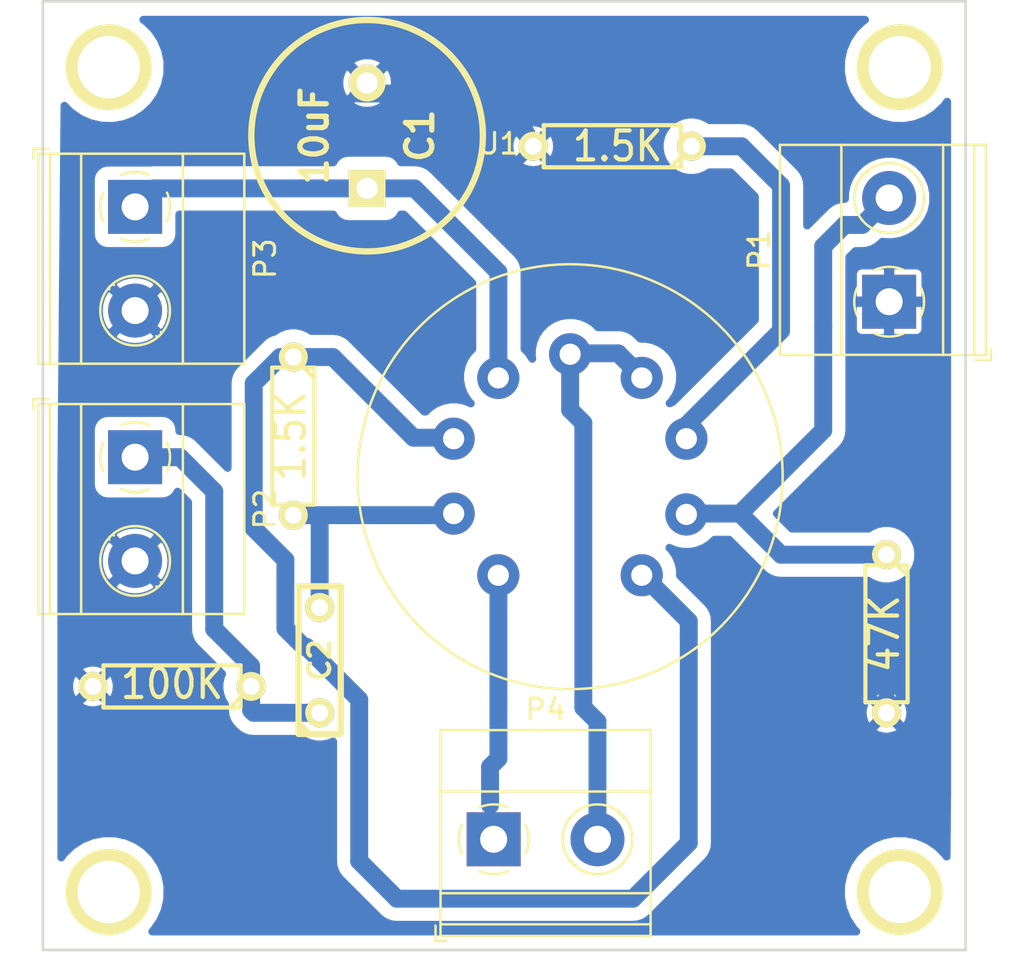
<source format=kicad_pcb>
(kicad_pcb (version 20171130) (host pcbnew "(2017-12-14 revision dee93e5)-master")

  (general
    (thickness 1.6002)
    (drawings 4)
    (tracks 66)
    (zones 0)
    (modules 15)
    (nets 14)
  )

  (page A4)
  (layers
    (0 Composant signal)
    (31 Cuivre signal)
    (32 B.Adhes user)
    (33 F.Adhes user)
    (34 B.Paste user)
    (35 F.Paste user)
    (36 B.SilkS user)
    (37 F.SilkS user)
    (38 B.Mask user)
    (39 F.Mask user)
    (40 Dwgs.User user)
    (41 Cmts.User user)
    (42 Eco1.User user)
    (43 Eco2.User user)
    (44 Edge.Cuts user)
    (45 Margin user)
    (46 B.CrtYd user)
    (47 F.CrtYd user)
    (48 B.Fab user)
    (49 F.Fab user)
  )

  (setup
    (last_trace_width 0.8636)
    (trace_clearance 0.381)
    (zone_clearance 0.635)
    (zone_45_only no)
    (trace_min 0.254)
    (segment_width 0.381)
    (edge_width 0.381)
    (via_size 0.889)
    (via_drill 0.635)
    (via_min_size 0.889)
    (via_min_drill 0.508)
    (uvia_size 0.508)
    (uvia_drill 0.127)
    (uvias_allowed no)
    (uvia_min_size 0.508)
    (uvia_min_drill 0.127)
    (pcb_text_width 0.3048)
    (pcb_text_size 1.524 2.032)
    (mod_edge_width 0.381)
    (mod_text_size 1.524 1.524)
    (mod_text_width 0.3048)
    (pad_size 2.794 1.397)
    (pad_drill 1.9304)
    (pad_to_mask_clearance 0.1)
    (aux_axis_origin 0 0)
    (visible_elements 7FFFFFFF)
    (pcbplotparams
      (layerselection 0x000f0_80000001)
      (usegerberextensions false)
      (usegerberattributes true)
      (usegerberadvancedattributes true)
      (creategerberjobfile true)
      (excludeedgelayer true)
      (linewidth 0.150000)
      (plotframeref false)
      (viasonmask false)
      (mode 1)
      (useauxorigin false)
      (hpglpennumber 1)
      (hpglpenspeed 20)
      (hpglpendiameter 15)
      (psnegative false)
      (psa4output false)
      (plotreference true)
      (plotvalue true)
      (plotinvisibletext false)
      (padsonsilk false)
      (subtractmaskfromsilk false)
      (outputformat 1)
      (mirror false)
      (drillshape 0)
      (scaleselection 1)
      (outputdirectory ""))
  )

  (net 0 "")
  (net 1 GND)
  (net 2 "Net-(C1-Pad1)")
  (net 3 "Net-(C2-Pad1)")
  (net 4 "Net-(C2-Pad2)")
  (net 5 "Net-(P1-Pad2)")
  (net 6 "Net-(P4-Pad1)")
  (net 7 "Net-(P4-Pad2)")
  (net 8 "Net-(R1-Pad1)")
  (net 9 "Net-(R2-Pad1)")
  (net 10 "Net-(P5-Pad1)")
  (net 11 "Net-(P6-Pad1)")
  (net 12 "Net-(P7-Pad1)")
  (net 13 "Net-(P8-Pad1)")

  (net_class Default "Ceci est la Netclass par défaut"
    (clearance 0.381)
    (trace_width 0.8636)
    (via_dia 0.889)
    (via_drill 0.635)
    (uvia_dia 0.508)
    (uvia_drill 0.127)
    (add_net GND)
    (add_net "Net-(C1-Pad1)")
    (add_net "Net-(C2-Pad1)")
    (add_net "Net-(C2-Pad2)")
    (add_net "Net-(P1-Pad2)")
    (add_net "Net-(P4-Pad1)")
    (add_net "Net-(P4-Pad2)")
    (add_net "Net-(P5-Pad1)")
    (add_net "Net-(P6-Pad1)")
    (add_net "Net-(P7-Pad1)")
    (add_net "Net-(P8-Pad1)")
    (add_net "Net-(R1-Pad1)")
    (add_net "Net-(R2-Pad1)")
  )

  (module Valve:Valve_ECC-83-1 (layer Composant) (tedit 5A32B2BA) (tstamp 5A334CCC)
    (at 149.225 113.665)
    (descr "Valve ECC-83-1 round pins")
    (tags "Valve ECC-83-1 round pins")
    (path /48B4F266)
    (fp_text reference U1 (at -3.45 -16) (layer F.SilkS)
      (effects (font (size 1 1) (thickness 0.15)))
    )
    (fp_text value ECC83 (at -3.45 6.68) (layer F.Fab)
      (effects (font (size 1 1) (thickness 0.15)))
    )
    (fp_text user %R (at 0 0.05) (layer F.Fab)
      (effects (font (size 1 1) (thickness 0.15)))
    )
    (fp_circle (center 0 0.05) (end 0 -10.55) (layer F.CrtYd) (width 0.05))
    (fp_circle (center 0 0.05) (end 0 -10.1) (layer F.Fab) (width 0.1))
    (fp_circle (center 0 0.05) (end 10.16 1.32) (layer F.SilkS) (width 0.12))
    (pad 1 thru_hole circle (at 3.45 4.8) (size 2.03 2.03) (drill 1.02) (layers *.Cu *.Mask)
      (net 8 "Net-(R1-Pad1)"))
    (pad 2 thru_hole circle (at 5.6 1.87) (size 2.03 2.03) (drill 1.02) (layers *.Cu *.Mask)
      (net 5 "Net-(P1-Pad2)"))
    (pad 3 thru_hole circle (at 5.6 -1.78) (size 2.03 2.03) (drill 1.02) (layers *.Cu *.Mask)
      (net 9 "Net-(R2-Pad1)"))
    (pad 4 thru_hole circle (at 3.45 -4.71) (size 2.03 2.03) (drill 1.02) (layers *.Cu *.Mask)
      (net 7 "Net-(P4-Pad2)"))
    (pad 5 thru_hole circle (at 0 -5.85) (size 2.03 2.03) (drill 1.02) (layers *.Cu *.Mask)
      (net 7 "Net-(P4-Pad2)"))
    (pad 6 thru_hole circle (at -3.46 -4.71) (size 2.03 2.03) (drill 1.02) (layers *.Cu *.Mask)
      (net 2 "Net-(C1-Pad1)"))
    (pad 7 thru_hole circle (at -5.61 -1.78) (size 2.03 2.03) (drill 1.02) (layers *.Cu *.Mask)
      (net 8 "Net-(R1-Pad1)"))
    (pad 8 thru_hole circle (at -5.61 1.83) (size 2.03 2.03) (drill 1.02) (layers *.Cu *.Mask)
      (net 4 "Net-(C2-Pad2)"))
    (pad 9 thru_hole circle (at -3.46 4.8) (size 2.03 2.03) (drill 1.02) (layers *.Cu *.Mask)
      (net 6 "Net-(P4-Pad1)"))
    (model ${KISYS3DMOD}/Valve.3dshapes/Valve-ECC-83-1.wrl
      (at (xyz 0 0 0))
      (scale (xyz 1 1 1))
      (rotate (xyz 0 0 0))
    )
  )

  (module discret:R3 (layer Composant) (tedit 54A57B4C) (tstamp 5A33370F)
    (at 130.048 123.825 180)
    (descr "Resitance 3 pas")
    (tags R)
    (path /4549F3AD)
    (autoplace_cost180 10)
    (fp_text reference R3 (at 0 0.127 180) (layer F.SilkS) hide
      (effects (font (size 1.397 1.27) (thickness 0.2032)))
    )
    (fp_text value 100K (at 0 0.127 180) (layer F.SilkS)
      (effects (font (size 1.397 1.27) (thickness 0.2032)))
    )
    (fp_line (start -3.81 0) (end -3.302 0) (layer F.SilkS) (width 0.2032))
    (fp_line (start 3.81 0) (end 3.302 0) (layer F.SilkS) (width 0.2032))
    (fp_line (start 3.302 0) (end 3.302 -1.016) (layer F.SilkS) (width 0.2032))
    (fp_line (start 3.302 -1.016) (end -3.302 -1.016) (layer F.SilkS) (width 0.2032))
    (fp_line (start -3.302 -1.016) (end -3.302 1.016) (layer F.SilkS) (width 0.2032))
    (fp_line (start -3.302 1.016) (end 3.302 1.016) (layer F.SilkS) (width 0.2032))
    (fp_line (start 3.302 1.016) (end 3.302 0) (layer F.SilkS) (width 0.2032))
    (fp_line (start -3.302 -0.508) (end -2.794 -1.016) (layer F.SilkS) (width 0.2032))
    (pad 1 thru_hole circle (at -3.81 0 180) (size 1.397 1.397) (drill 0.8128) (layers *.Cu *.Mask F.SilkS)
      (net 3 "Net-(C2-Pad1)"))
    (pad 2 thru_hole circle (at 3.81 0 180) (size 1.397 1.397) (drill 0.8128) (layers *.Cu *.Mask F.SilkS)
      (net 1 GND))
    (model Discret.3dshapes/R3.wrl
      (at (xyz 0 0 0))
      (scale (xyz 0.3 0.3 0.3))
      (rotate (xyz 0 0 0))
    )
  )

  (module TerminalBlock_Phoenix:TerminalBlock_Phoenix_MKDS-1,5-2_1x02_P5.00mm_Horizontal (layer Composant) (tedit 5A082035) (tstamp 5A332F3A)
    (at 145.542 131.191)
    (descr "Terminal Block Phoenix MKDS-1,5-2, 2 pins, pitch 05mm, size 10.0x9.8mm^2, drill diamater 1.3mm, pad diameter 2.6mm, see http://www.farnell.com/datasheets/100425.pdf, script-generated using https://github.com/pointhi/kicad-footprint-generator/scripts/TerminalBlock_Phoenix")
    (tags "THT Terminal Block Phoenix MKDS-1.5-2 pitch 05mm size 10.0x9.8mm^2 drill 1.3mm pad 2.6mm")
    (path /456A8ACC)
    (fp_text reference P4 (at 2.5 -6.26) (layer F.SilkS)
      (effects (font (size 1 1) (thickness 0.15)))
    )
    (fp_text value CONN_2 (at 2.5 5.66) (layer F.Fab)
      (effects (font (size 1 1) (thickness 0.15)))
    )
    (fp_text user %R (at 2.5 3.2) (layer F.Fab)
      (effects (font (size 1 1) (thickness 0.15)))
    )
    (fp_line (start 8 -5.75) (end -3 -5.75) (layer F.CrtYd) (width 0.05))
    (fp_line (start 8 5.1) (end 8 -5.75) (layer F.CrtYd) (width 0.05))
    (fp_line (start -3 5.1) (end 8 5.1) (layer F.CrtYd) (width 0.05))
    (fp_line (start -3 -5.75) (end -3 5.1) (layer F.CrtYd) (width 0.05))
    (fp_line (start -2.8 4.9) (end -2.3 4.9) (layer F.SilkS) (width 0.12))
    (fp_line (start -2.8 4.16) (end -2.8 4.9) (layer F.SilkS) (width 0.12))
    (fp_line (start 3.773 1.023) (end 3.726 1.069) (layer F.SilkS) (width 0.12))
    (fp_line (start 6.07 -1.275) (end 6.035 -1.239) (layer F.SilkS) (width 0.12))
    (fp_line (start 3.966 1.239) (end 3.931 1.274) (layer F.SilkS) (width 0.12))
    (fp_line (start 6.275 -1.069) (end 6.228 -1.023) (layer F.SilkS) (width 0.12))
    (fp_line (start 5.955 -1.138) (end 3.863 0.955) (layer F.Fab) (width 0.1))
    (fp_line (start 6.138 -0.955) (end 4.046 1.138) (layer F.Fab) (width 0.1))
    (fp_line (start 0.955 -1.138) (end -1.138 0.955) (layer F.Fab) (width 0.1))
    (fp_line (start 1.138 -0.955) (end -0.955 1.138) (layer F.Fab) (width 0.1))
    (fp_line (start 7.56 -5.261) (end 7.56 4.66) (layer F.SilkS) (width 0.12))
    (fp_line (start -2.56 -5.261) (end -2.56 4.66) (layer F.SilkS) (width 0.12))
    (fp_line (start -2.56 4.66) (end 7.56 4.66) (layer F.SilkS) (width 0.12))
    (fp_line (start -2.56 -5.261) (end 7.56 -5.261) (layer F.SilkS) (width 0.12))
    (fp_line (start -2.56 -2.301) (end 7.56 -2.301) (layer F.SilkS) (width 0.12))
    (fp_line (start -2.5 -2.3) (end 7.5 -2.3) (layer F.Fab) (width 0.1))
    (fp_line (start -2.56 2.6) (end 7.56 2.6) (layer F.SilkS) (width 0.12))
    (fp_line (start -2.5 2.6) (end 7.5 2.6) (layer F.Fab) (width 0.1))
    (fp_line (start -2.56 4.1) (end 7.56 4.1) (layer F.SilkS) (width 0.12))
    (fp_line (start -2.5 4.1) (end 7.5 4.1) (layer F.Fab) (width 0.1))
    (fp_line (start -2.5 4.1) (end -2.5 -5.2) (layer F.Fab) (width 0.1))
    (fp_line (start -2 4.6) (end -2.5 4.1) (layer F.Fab) (width 0.1))
    (fp_line (start 7.5 4.6) (end -2 4.6) (layer F.Fab) (width 0.1))
    (fp_line (start 7.5 -5.2) (end 7.5 4.6) (layer F.Fab) (width 0.1))
    (fp_line (start -2.5 -5.2) (end 7.5 -5.2) (layer F.Fab) (width 0.1))
    (fp_circle (center 5 0) (end 6.68 0) (layer F.SilkS) (width 0.12))
    (fp_circle (center 5 0) (end 6.5 0) (layer F.Fab) (width 0.1))
    (fp_circle (center 0 0) (end 1.5 0) (layer F.Fab) (width 0.1))
    (fp_arc (start 0 0) (end -0.684 1.535) (angle -25) (layer F.SilkS) (width 0.12))
    (fp_arc (start 0 0) (end -1.535 -0.684) (angle -48) (layer F.SilkS) (width 0.12))
    (fp_arc (start 0 0) (end 0.684 -1.535) (angle -48) (layer F.SilkS) (width 0.12))
    (fp_arc (start 0 0) (end 1.535 0.684) (angle -48) (layer F.SilkS) (width 0.12))
    (fp_arc (start 0 0) (end 0 1.68) (angle -24) (layer F.SilkS) (width 0.12))
    (pad 2 thru_hole circle (at 5 0) (size 2.6 2.6) (drill 1.3) (layers *.Cu *.Mask)
      (net 7 "Net-(P4-Pad2)"))
    (pad 1 thru_hole rect (at 0 0) (size 2.6 2.6) (drill 1.3) (layers *.Cu *.Mask)
      (net 6 "Net-(P4-Pad1)"))
    (model ${KISYS3DMOD}/Terminal_Blocks.3dshapes/TerminalBlock_Pheonix_MKDS1.5-2pol.wrl
      (offset (xyz 2.54 0 0))
      (scale (xyz 1 1 1))
      (rotate (xyz 0 0 0))
    )
  )

  (module TerminalBlock_Phoenix:TerminalBlock_Phoenix_MKDS-1,5-2_1x02_P5.00mm_Horizontal (layer Composant) (tedit 5A082035) (tstamp 5A332F0F)
    (at 128.27 100.711 270)
    (descr "Terminal Block Phoenix MKDS-1,5-2, 2 pins, pitch 05mm, size 10.0x9.8mm^2, drill diamater 1.3mm, pad diameter 2.6mm, see http://www.farnell.com/datasheets/100425.pdf, script-generated using https://github.com/pointhi/kicad-footprint-generator/scripts/TerminalBlock_Phoenix")
    (tags "THT Terminal Block Phoenix MKDS-1.5-2 pitch 05mm size 10.0x9.8mm^2 drill 1.3mm pad 2.6mm")
    (path /4549F4A5)
    (fp_text reference P3 (at 2.5 -6.26 270) (layer F.SilkS)
      (effects (font (size 1 1) (thickness 0.15)))
    )
    (fp_text value POWER (at 2.5 5.66 270) (layer F.Fab)
      (effects (font (size 1 1) (thickness 0.15)))
    )
    (fp_arc (start 0 0) (end 0 1.68) (angle -24) (layer F.SilkS) (width 0.12))
    (fp_arc (start 0 0) (end 1.535 0.684) (angle -48) (layer F.SilkS) (width 0.12))
    (fp_arc (start 0 0) (end 0.684 -1.535) (angle -48) (layer F.SilkS) (width 0.12))
    (fp_arc (start 0 0) (end -1.535 -0.684) (angle -48) (layer F.SilkS) (width 0.12))
    (fp_arc (start 0 0) (end -0.684 1.535) (angle -25) (layer F.SilkS) (width 0.12))
    (fp_circle (center 0 0) (end 1.5 0) (layer F.Fab) (width 0.1))
    (fp_circle (center 5 0) (end 6.5 0) (layer F.Fab) (width 0.1))
    (fp_circle (center 5 0) (end 6.68 0) (layer F.SilkS) (width 0.12))
    (fp_line (start -2.5 -5.2) (end 7.5 -5.2) (layer F.Fab) (width 0.1))
    (fp_line (start 7.5 -5.2) (end 7.5 4.6) (layer F.Fab) (width 0.1))
    (fp_line (start 7.5 4.6) (end -2 4.6) (layer F.Fab) (width 0.1))
    (fp_line (start -2 4.6) (end -2.5 4.1) (layer F.Fab) (width 0.1))
    (fp_line (start -2.5 4.1) (end -2.5 -5.2) (layer F.Fab) (width 0.1))
    (fp_line (start -2.5 4.1) (end 7.5 4.1) (layer F.Fab) (width 0.1))
    (fp_line (start -2.56 4.1) (end 7.56 4.1) (layer F.SilkS) (width 0.12))
    (fp_line (start -2.5 2.6) (end 7.5 2.6) (layer F.Fab) (width 0.1))
    (fp_line (start -2.56 2.6) (end 7.56 2.6) (layer F.SilkS) (width 0.12))
    (fp_line (start -2.5 -2.3) (end 7.5 -2.3) (layer F.Fab) (width 0.1))
    (fp_line (start -2.56 -2.301) (end 7.56 -2.301) (layer F.SilkS) (width 0.12))
    (fp_line (start -2.56 -5.261) (end 7.56 -5.261) (layer F.SilkS) (width 0.12))
    (fp_line (start -2.56 4.66) (end 7.56 4.66) (layer F.SilkS) (width 0.12))
    (fp_line (start -2.56 -5.261) (end -2.56 4.66) (layer F.SilkS) (width 0.12))
    (fp_line (start 7.56 -5.261) (end 7.56 4.66) (layer F.SilkS) (width 0.12))
    (fp_line (start 1.138 -0.955) (end -0.955 1.138) (layer F.Fab) (width 0.1))
    (fp_line (start 0.955 -1.138) (end -1.138 0.955) (layer F.Fab) (width 0.1))
    (fp_line (start 6.138 -0.955) (end 4.046 1.138) (layer F.Fab) (width 0.1))
    (fp_line (start 5.955 -1.138) (end 3.863 0.955) (layer F.Fab) (width 0.1))
    (fp_line (start 6.275 -1.069) (end 6.228 -1.023) (layer F.SilkS) (width 0.12))
    (fp_line (start 3.966 1.239) (end 3.931 1.274) (layer F.SilkS) (width 0.12))
    (fp_line (start 6.07 -1.275) (end 6.035 -1.239) (layer F.SilkS) (width 0.12))
    (fp_line (start 3.773 1.023) (end 3.726 1.069) (layer F.SilkS) (width 0.12))
    (fp_line (start -2.8 4.16) (end -2.8 4.9) (layer F.SilkS) (width 0.12))
    (fp_line (start -2.8 4.9) (end -2.3 4.9) (layer F.SilkS) (width 0.12))
    (fp_line (start -3 -5.75) (end -3 5.1) (layer F.CrtYd) (width 0.05))
    (fp_line (start -3 5.1) (end 8 5.1) (layer F.CrtYd) (width 0.05))
    (fp_line (start 8 5.1) (end 8 -5.75) (layer F.CrtYd) (width 0.05))
    (fp_line (start 8 -5.75) (end -3 -5.75) (layer F.CrtYd) (width 0.05))
    (fp_text user %R (at 2.5 3.2 270) (layer F.Fab)
      (effects (font (size 1 1) (thickness 0.15)))
    )
    (pad 1 thru_hole rect (at 0 0 270) (size 2.6 2.6) (drill 1.3) (layers *.Cu *.Mask)
      (net 2 "Net-(C1-Pad1)"))
    (pad 2 thru_hole circle (at 5 0 270) (size 2.6 2.6) (drill 1.3) (layers *.Cu *.Mask)
      (net 1 GND))
    (model ${KISYS3DMOD}/Terminal_Blocks.3dshapes/TerminalBlock_Pheonix_MKDS1.5-2pol.wrl
      (offset (xyz 2.54 0 0))
      (scale (xyz 1 1 1))
      (rotate (xyz 0 0 0))
    )
  )

  (module TerminalBlock_Phoenix:TerminalBlock_Phoenix_MKDS-1,5-2_1x02_P5.00mm_Horizontal (layer Composant) (tedit 5A082035) (tstamp 5A332EE4)
    (at 128.27 112.776 270)
    (descr "Terminal Block Phoenix MKDS-1,5-2, 2 pins, pitch 05mm, size 10.0x9.8mm^2, drill diamater 1.3mm, pad diameter 2.6mm, see http://www.farnell.com/datasheets/100425.pdf, script-generated using https://github.com/pointhi/kicad-footprint-generator/scripts/TerminalBlock_Phoenix")
    (tags "THT Terminal Block Phoenix MKDS-1.5-2 pitch 05mm size 10.0x9.8mm^2 drill 1.3mm pad 2.6mm")
    (path /4549F46C)
    (fp_text reference P2 (at 2.5 -6.26 270) (layer F.SilkS)
      (effects (font (size 1 1) (thickness 0.15)))
    )
    (fp_text value OUT (at 2.5 5.66 270) (layer F.Fab)
      (effects (font (size 1 1) (thickness 0.15)))
    )
    (fp_text user %R (at 2.5 3.2 270) (layer F.Fab)
      (effects (font (size 1 1) (thickness 0.15)))
    )
    (fp_line (start 8 -5.75) (end -3 -5.75) (layer F.CrtYd) (width 0.05))
    (fp_line (start 8 5.1) (end 8 -5.75) (layer F.CrtYd) (width 0.05))
    (fp_line (start -3 5.1) (end 8 5.1) (layer F.CrtYd) (width 0.05))
    (fp_line (start -3 -5.75) (end -3 5.1) (layer F.CrtYd) (width 0.05))
    (fp_line (start -2.8 4.9) (end -2.3 4.9) (layer F.SilkS) (width 0.12))
    (fp_line (start -2.8 4.16) (end -2.8 4.9) (layer F.SilkS) (width 0.12))
    (fp_line (start 3.773 1.023) (end 3.726 1.069) (layer F.SilkS) (width 0.12))
    (fp_line (start 6.07 -1.275) (end 6.035 -1.239) (layer F.SilkS) (width 0.12))
    (fp_line (start 3.966 1.239) (end 3.931 1.274) (layer F.SilkS) (width 0.12))
    (fp_line (start 6.275 -1.069) (end 6.228 -1.023) (layer F.SilkS) (width 0.12))
    (fp_line (start 5.955 -1.138) (end 3.863 0.955) (layer F.Fab) (width 0.1))
    (fp_line (start 6.138 -0.955) (end 4.046 1.138) (layer F.Fab) (width 0.1))
    (fp_line (start 0.955 -1.138) (end -1.138 0.955) (layer F.Fab) (width 0.1))
    (fp_line (start 1.138 -0.955) (end -0.955 1.138) (layer F.Fab) (width 0.1))
    (fp_line (start 7.56 -5.261) (end 7.56 4.66) (layer F.SilkS) (width 0.12))
    (fp_line (start -2.56 -5.261) (end -2.56 4.66) (layer F.SilkS) (width 0.12))
    (fp_line (start -2.56 4.66) (end 7.56 4.66) (layer F.SilkS) (width 0.12))
    (fp_line (start -2.56 -5.261) (end 7.56 -5.261) (layer F.SilkS) (width 0.12))
    (fp_line (start -2.56 -2.301) (end 7.56 -2.301) (layer F.SilkS) (width 0.12))
    (fp_line (start -2.5 -2.3) (end 7.5 -2.3) (layer F.Fab) (width 0.1))
    (fp_line (start -2.56 2.6) (end 7.56 2.6) (layer F.SilkS) (width 0.12))
    (fp_line (start -2.5 2.6) (end 7.5 2.6) (layer F.Fab) (width 0.1))
    (fp_line (start -2.56 4.1) (end 7.56 4.1) (layer F.SilkS) (width 0.12))
    (fp_line (start -2.5 4.1) (end 7.5 4.1) (layer F.Fab) (width 0.1))
    (fp_line (start -2.5 4.1) (end -2.5 -5.2) (layer F.Fab) (width 0.1))
    (fp_line (start -2 4.6) (end -2.5 4.1) (layer F.Fab) (width 0.1))
    (fp_line (start 7.5 4.6) (end -2 4.6) (layer F.Fab) (width 0.1))
    (fp_line (start 7.5 -5.2) (end 7.5 4.6) (layer F.Fab) (width 0.1))
    (fp_line (start -2.5 -5.2) (end 7.5 -5.2) (layer F.Fab) (width 0.1))
    (fp_circle (center 5 0) (end 6.68 0) (layer F.SilkS) (width 0.12))
    (fp_circle (center 5 0) (end 6.5 0) (layer F.Fab) (width 0.1))
    (fp_circle (center 0 0) (end 1.5 0) (layer F.Fab) (width 0.1))
    (fp_arc (start 0 0) (end -0.684 1.535) (angle -25) (layer F.SilkS) (width 0.12))
    (fp_arc (start 0 0) (end -1.535 -0.684) (angle -48) (layer F.SilkS) (width 0.12))
    (fp_arc (start 0 0) (end 0.684 -1.535) (angle -48) (layer F.SilkS) (width 0.12))
    (fp_arc (start 0 0) (end 1.535 0.684) (angle -48) (layer F.SilkS) (width 0.12))
    (fp_arc (start 0 0) (end 0 1.68) (angle -24) (layer F.SilkS) (width 0.12))
    (pad 2 thru_hole circle (at 5 0 270) (size 2.6 2.6) (drill 1.3) (layers *.Cu *.Mask)
      (net 1 GND))
    (pad 1 thru_hole rect (at 0 0 270) (size 2.6 2.6) (drill 1.3) (layers *.Cu *.Mask)
      (net 3 "Net-(C2-Pad1)"))
    (model ${KISYS3DMOD}/Terminal_Blocks.3dshapes/TerminalBlock_Pheonix_MKDS1.5-2pol.wrl
      (offset (xyz 2.54 0 0))
      (scale (xyz 1 1 1))
      (rotate (xyz 0 0 0))
    )
  )

  (module TerminalBlock_Phoenix:TerminalBlock_Phoenix_MKDS-1,5-2_1x02_P5.00mm_Horizontal (layer Composant) (tedit 5A082035) (tstamp 5A332EB9)
    (at 164.592 105.283 90)
    (descr "Terminal Block Phoenix MKDS-1,5-2, 2 pins, pitch 05mm, size 10.0x9.8mm^2, drill diamater 1.3mm, pad diameter 2.6mm, see http://www.farnell.com/datasheets/100425.pdf, script-generated using https://github.com/pointhi/kicad-footprint-generator/scripts/TerminalBlock_Phoenix")
    (tags "THT Terminal Block Phoenix MKDS-1.5-2 pitch 05mm size 10.0x9.8mm^2 drill 1.3mm pad 2.6mm")
    (path /4549F464)
    (fp_text reference P1 (at 2.5 -6.26 90) (layer F.SilkS)
      (effects (font (size 1 1) (thickness 0.15)))
    )
    (fp_text value IN (at 2.5 5.66 90) (layer F.Fab)
      (effects (font (size 1 1) (thickness 0.15)))
    )
    (fp_arc (start 0 0) (end 0 1.68) (angle -24) (layer F.SilkS) (width 0.12))
    (fp_arc (start 0 0) (end 1.535 0.684) (angle -48) (layer F.SilkS) (width 0.12))
    (fp_arc (start 0 0) (end 0.684 -1.535) (angle -48) (layer F.SilkS) (width 0.12))
    (fp_arc (start 0 0) (end -1.535 -0.684) (angle -48) (layer F.SilkS) (width 0.12))
    (fp_arc (start 0 0) (end -0.684 1.535) (angle -25) (layer F.SilkS) (width 0.12))
    (fp_circle (center 0 0) (end 1.5 0) (layer F.Fab) (width 0.1))
    (fp_circle (center 5 0) (end 6.5 0) (layer F.Fab) (width 0.1))
    (fp_circle (center 5 0) (end 6.68 0) (layer F.SilkS) (width 0.12))
    (fp_line (start -2.5 -5.2) (end 7.5 -5.2) (layer F.Fab) (width 0.1))
    (fp_line (start 7.5 -5.2) (end 7.5 4.6) (layer F.Fab) (width 0.1))
    (fp_line (start 7.5 4.6) (end -2 4.6) (layer F.Fab) (width 0.1))
    (fp_line (start -2 4.6) (end -2.5 4.1) (layer F.Fab) (width 0.1))
    (fp_line (start -2.5 4.1) (end -2.5 -5.2) (layer F.Fab) (width 0.1))
    (fp_line (start -2.5 4.1) (end 7.5 4.1) (layer F.Fab) (width 0.1))
    (fp_line (start -2.56 4.1) (end 7.56 4.1) (layer F.SilkS) (width 0.12))
    (fp_line (start -2.5 2.6) (end 7.5 2.6) (layer F.Fab) (width 0.1))
    (fp_line (start -2.56 2.6) (end 7.56 2.6) (layer F.SilkS) (width 0.12))
    (fp_line (start -2.5 -2.3) (end 7.5 -2.3) (layer F.Fab) (width 0.1))
    (fp_line (start -2.56 -2.301) (end 7.56 -2.301) (layer F.SilkS) (width 0.12))
    (fp_line (start -2.56 -5.261) (end 7.56 -5.261) (layer F.SilkS) (width 0.12))
    (fp_line (start -2.56 4.66) (end 7.56 4.66) (layer F.SilkS) (width 0.12))
    (fp_line (start -2.56 -5.261) (end -2.56 4.66) (layer F.SilkS) (width 0.12))
    (fp_line (start 7.56 -5.261) (end 7.56 4.66) (layer F.SilkS) (width 0.12))
    (fp_line (start 1.138 -0.955) (end -0.955 1.138) (layer F.Fab) (width 0.1))
    (fp_line (start 0.955 -1.138) (end -1.138 0.955) (layer F.Fab) (width 0.1))
    (fp_line (start 6.138 -0.955) (end 4.046 1.138) (layer F.Fab) (width 0.1))
    (fp_line (start 5.955 -1.138) (end 3.863 0.955) (layer F.Fab) (width 0.1))
    (fp_line (start 6.275 -1.069) (end 6.228 -1.023) (layer F.SilkS) (width 0.12))
    (fp_line (start 3.966 1.239) (end 3.931 1.274) (layer F.SilkS) (width 0.12))
    (fp_line (start 6.07 -1.275) (end 6.035 -1.239) (layer F.SilkS) (width 0.12))
    (fp_line (start 3.773 1.023) (end 3.726 1.069) (layer F.SilkS) (width 0.12))
    (fp_line (start -2.8 4.16) (end -2.8 4.9) (layer F.SilkS) (width 0.12))
    (fp_line (start -2.8 4.9) (end -2.3 4.9) (layer F.SilkS) (width 0.12))
    (fp_line (start -3 -5.75) (end -3 5.1) (layer F.CrtYd) (width 0.05))
    (fp_line (start -3 5.1) (end 8 5.1) (layer F.CrtYd) (width 0.05))
    (fp_line (start 8 5.1) (end 8 -5.75) (layer F.CrtYd) (width 0.05))
    (fp_line (start 8 -5.75) (end -3 -5.75) (layer F.CrtYd) (width 0.05))
    (fp_text user %R (at 2.5 3.2 90) (layer F.Fab)
      (effects (font (size 1 1) (thickness 0.15)))
    )
    (pad 1 thru_hole rect (at 0 0 90) (size 2.6 2.6) (drill 1.3) (layers *.Cu *.Mask)
      (net 1 GND))
    (pad 2 thru_hole circle (at 5 0 90) (size 2.6 2.6) (drill 1.3) (layers *.Cu *.Mask)
      (net 5 "Net-(P1-Pad2)"))
    (model ${KISYS3DMOD}/Terminal_Blocks.3dshapes/TerminalBlock_Pheonix_MKDS1.5-2pol.wrl
      (offset (xyz 2.54 0 0))
      (scale (xyz 1 1 1))
      (rotate (xyz 0 0 0))
    )
  )

  (module discret:C2V10 (layer Composant) (tedit 54A57B4C) (tstamp 54A581E5)
    (at 139.446 97.282 90)
    (descr "Condensateur polarise")
    (tags CP)
    (path /4549F4BE)
    (fp_text reference C1 (at 0 2.54 90) (layer F.SilkS)
      (effects (font (size 1.27 1.27) (thickness 0.254)))
    )
    (fp_text value 10uF (at 0 -2.54 90) (layer F.SilkS)
      (effects (font (size 1.27 1.27) (thickness 0.254)))
    )
    (fp_circle (center 0 0) (end 4.826 -2.794) (layer F.SilkS) (width 0.3048))
    (pad 1 thru_hole rect (at -2.54 0 90) (size 1.778 1.778) (drill 1.016) (layers *.Cu *.Mask F.SilkS)
      (net 2 "Net-(C1-Pad1)"))
    (pad 2 thru_hole circle (at 2.54 0 90) (size 1.778 1.778) (drill 1.016) (layers *.Cu *.Mask F.SilkS)
      (net 1 GND))
    (model Discret.3dshapes/C2V10.wrl
      (at (xyz 0 0 0))
      (scale (xyz 1 1 1))
      (rotate (xyz 0 0 0))
    )
  )

  (module discret:C2 (layer Composant) (tedit 54A57B4C) (tstamp 54A581EA)
    (at 137.16 122.555 90)
    (descr "Condensateur = 2 pas")
    (tags C)
    (path /4549F3BE)
    (fp_text reference C2 (at 0 0 90) (layer F.SilkS)
      (effects (font (size 1.016 1.016) (thickness 0.2032)))
    )
    (fp_text value 680nF (at 0 0 90) (layer F.SilkS) hide
      (effects (font (size 1.016 1.016) (thickness 0.2032)))
    )
    (fp_line (start -3.556 -1.016) (end 3.556 -1.016) (layer F.SilkS) (width 0.3048))
    (fp_line (start 3.556 -1.016) (end 3.556 1.016) (layer F.SilkS) (width 0.3048))
    (fp_line (start 3.556 1.016) (end -3.556 1.016) (layer F.SilkS) (width 0.3048))
    (fp_line (start -3.556 1.016) (end -3.556 -1.016) (layer F.SilkS) (width 0.3048))
    (fp_line (start -3.556 -0.508) (end -3.048 -1.016) (layer F.SilkS) (width 0.3048))
    (pad 1 thru_hole circle (at -2.54 0 90) (size 1.397 1.397) (drill 0.8128) (layers *.Cu *.Mask F.SilkS)
      (net 3 "Net-(C2-Pad1)"))
    (pad 2 thru_hole circle (at 2.54 0 90) (size 1.397 1.397) (drill 0.8128) (layers *.Cu *.Mask F.SilkS)
      (net 4 "Net-(C2-Pad2)"))
    (model Discret.3dshapes/C2.wrl
      (at (xyz 0 0 0))
      (scale (xyz 1 1 1))
      (rotate (xyz 0 0 0))
    )
  )

  (module connect:1pin (layer Composant) (tedit 54A588DF) (tstamp 54A58203)
    (at 127 93.98)
    (descr "module 1 pin (ou trou mecanique de percage)")
    (tags DEV)
    (path /54A5890A)
    (fp_text reference P5 (at 0 -3) (layer F.SilkS) hide
      (effects (font (size 1 1) (thickness 0.15)))
    )
    (fp_text value CONN_1 (at 0 2) (layer F.SilkS) hide
      (effects (font (size 1 1) (thickness 0.15)))
    )
    (fp_circle (center 0 0) (end 0 -2) (layer F.SilkS) (width 0.15))
    (pad 1 thru_hole circle (at 0 0) (size 4 4) (drill 3) (layers *.Cu *.Mask F.SilkS)
      (net 10 "Net-(P5-Pad1)"))
  )

  (module connect:1pin (layer Composant) (tedit 54A588E7) (tstamp 54A58207)
    (at 165.1 93.98)
    (descr "module 1 pin (ou trou mecanique de percage)")
    (tags DEV)
    (path /54A58C65)
    (fp_text reference P6 (at 0 -3) (layer F.SilkS) hide
      (effects (font (size 1 1) (thickness 0.15)))
    )
    (fp_text value CONN_1 (at 0 2) (layer F.SilkS) hide
      (effects (font (size 1 1) (thickness 0.15)))
    )
    (fp_circle (center 0 0) (end 0 -2) (layer F.SilkS) (width 0.15))
    (pad 1 thru_hole circle (at 0 0) (size 4 4) (drill 3) (layers *.Cu *.Mask F.SilkS)
      (net 11 "Net-(P6-Pad1)"))
  )

  (module connect:1pin (layer Composant) (tedit 54A588EE) (tstamp 54A5820B)
    (at 165.1 133.731)
    (descr "module 1 pin (ou trou mecanique de percage)")
    (tags DEV)
    (path /54A58C8A)
    (fp_text reference P7 (at 0 -3) (layer F.SilkS) hide
      (effects (font (size 1 1) (thickness 0.15)))
    )
    (fp_text value CONN_1 (at 0 2) (layer F.SilkS) hide
      (effects (font (size 1 1) (thickness 0.15)))
    )
    (fp_circle (center 0 0) (end 0 -2) (layer F.SilkS) (width 0.15))
    (pad 1 thru_hole circle (at 0 0) (size 4 4) (drill 3) (layers *.Cu *.Mask F.SilkS)
      (net 12 "Net-(P7-Pad1)"))
  )

  (module connect:1pin (layer Composant) (tedit 54A588F3) (tstamp 54A5820F)
    (at 127 133.731)
    (descr "module 1 pin (ou trou mecanique de percage)")
    (tags DEV)
    (path /54A58CA3)
    (fp_text reference P8 (at 0 -3) (layer F.SilkS) hide
      (effects (font (size 1 1) (thickness 0.15)))
    )
    (fp_text value CONN_1 (at 0 2) (layer F.SilkS) hide
      (effects (font (size 1 1) (thickness 0.15)))
    )
    (fp_circle (center 0 0) (end 0 -2) (layer F.SilkS) (width 0.15))
    (pad 1 thru_hole circle (at 0 0) (size 4 4) (drill 3) (layers *.Cu *.Mask F.SilkS)
      (net 13 "Net-(P8-Pad1)"))
  )

  (module discret:R3 (layer Composant) (tedit 54A57B4C) (tstamp 54A58213)
    (at 135.89 111.76 270)
    (descr "Resitance 3 pas")
    (tags R)
    (path /4549F38A)
    (autoplace_cost180 10)
    (fp_text reference R1 (at 0 0.127 270) (layer F.SilkS) hide
      (effects (font (size 1.397 1.27) (thickness 0.2032)))
    )
    (fp_text value 1.5K (at 0 0.127 270) (layer F.SilkS)
      (effects (font (size 1.397 1.27) (thickness 0.2032)))
    )
    (fp_line (start -3.81 0) (end -3.302 0) (layer F.SilkS) (width 0.2032))
    (fp_line (start 3.81 0) (end 3.302 0) (layer F.SilkS) (width 0.2032))
    (fp_line (start 3.302 0) (end 3.302 -1.016) (layer F.SilkS) (width 0.2032))
    (fp_line (start 3.302 -1.016) (end -3.302 -1.016) (layer F.SilkS) (width 0.2032))
    (fp_line (start -3.302 -1.016) (end -3.302 1.016) (layer F.SilkS) (width 0.2032))
    (fp_line (start -3.302 1.016) (end 3.302 1.016) (layer F.SilkS) (width 0.2032))
    (fp_line (start 3.302 1.016) (end 3.302 0) (layer F.SilkS) (width 0.2032))
    (fp_line (start -3.302 -0.508) (end -2.794 -1.016) (layer F.SilkS) (width 0.2032))
    (pad 1 thru_hole circle (at -3.81 0 270) (size 1.397 1.397) (drill 0.8128) (layers *.Cu *.Mask F.SilkS)
      (net 8 "Net-(R1-Pad1)"))
    (pad 2 thru_hole circle (at 3.81 0 270) (size 1.397 1.397) (drill 0.8128) (layers *.Cu *.Mask F.SilkS)
      (net 4 "Net-(C2-Pad2)"))
    (model Discret.3dshapes/R3.wrl
      (at (xyz 0 0 0))
      (scale (xyz 0.3 0.3 0.3))
      (rotate (xyz 0 0 0))
    )
  )

  (module discret:R3 (layer Composant) (tedit 54A57B4C) (tstamp 54A58218)
    (at 151.257 97.79 180)
    (descr "Resitance 3 pas")
    (tags R)
    (path /4549F39D)
    (autoplace_cost180 10)
    (fp_text reference R2 (at 0 1.905) (layer F.SilkS) hide
      (effects (font (size 1.397 1.27) (thickness 0.2032)))
    )
    (fp_text value 1.5K (at -0.254 0) (layer F.SilkS)
      (effects (font (size 1.397 1.27) (thickness 0.2032)))
    )
    (fp_line (start -3.81 0) (end -3.302 0) (layer F.SilkS) (width 0.2032))
    (fp_line (start 3.81 0) (end 3.302 0) (layer F.SilkS) (width 0.2032))
    (fp_line (start 3.302 0) (end 3.302 -1.016) (layer F.SilkS) (width 0.2032))
    (fp_line (start 3.302 -1.016) (end -3.302 -1.016) (layer F.SilkS) (width 0.2032))
    (fp_line (start -3.302 -1.016) (end -3.302 1.016) (layer F.SilkS) (width 0.2032))
    (fp_line (start -3.302 1.016) (end 3.302 1.016) (layer F.SilkS) (width 0.2032))
    (fp_line (start 3.302 1.016) (end 3.302 0) (layer F.SilkS) (width 0.2032))
    (fp_line (start -3.302 -0.508) (end -2.794 -1.016) (layer F.SilkS) (width 0.2032))
    (pad 1 thru_hole circle (at -3.81 0 180) (size 1.397 1.397) (drill 0.8128) (layers *.Cu *.Mask F.SilkS)
      (net 9 "Net-(R2-Pad1)"))
    (pad 2 thru_hole circle (at 3.81 0 180) (size 1.397 1.397) (drill 0.8128) (layers *.Cu *.Mask F.SilkS)
      (net 1 GND))
    (model Discret.3dshapes/R3.wrl
      (at (xyz 0 0 0))
      (scale (xyz 0.3 0.3 0.3))
      (rotate (xyz 0 0 0))
    )
  )

  (module discret:R3 (layer Composant) (tedit 54A57B4C) (tstamp 54A58222)
    (at 164.465 121.285 270)
    (descr "Resitance 3 pas")
    (tags R)
    (path /4549F3A2)
    (autoplace_cost180 10)
    (fp_text reference R4 (at 0.254 2.286 270) (layer F.SilkS) hide
      (effects (font (size 1.397 1.27) (thickness 0.2032)))
    )
    (fp_text value 47K (at 0 0.127 270) (layer F.SilkS)
      (effects (font (size 1.397 1.27) (thickness 0.2032)))
    )
    (fp_line (start -3.81 0) (end -3.302 0) (layer F.SilkS) (width 0.2032))
    (fp_line (start 3.81 0) (end 3.302 0) (layer F.SilkS) (width 0.2032))
    (fp_line (start 3.302 0) (end 3.302 -1.016) (layer F.SilkS) (width 0.2032))
    (fp_line (start 3.302 -1.016) (end -3.302 -1.016) (layer F.SilkS) (width 0.2032))
    (fp_line (start -3.302 -1.016) (end -3.302 1.016) (layer F.SilkS) (width 0.2032))
    (fp_line (start -3.302 1.016) (end 3.302 1.016) (layer F.SilkS) (width 0.2032))
    (fp_line (start 3.302 1.016) (end 3.302 0) (layer F.SilkS) (width 0.2032))
    (fp_line (start -3.302 -0.508) (end -2.794 -1.016) (layer F.SilkS) (width 0.2032))
    (pad 1 thru_hole circle (at -3.81 0 270) (size 1.397 1.397) (drill 0.8128) (layers *.Cu *.Mask F.SilkS)
      (net 5 "Net-(P1-Pad2)"))
    (pad 2 thru_hole circle (at 3.81 0 270) (size 1.397 1.397) (drill 0.8128) (layers *.Cu *.Mask F.SilkS)
      (net 1 GND))
    (model Discret.3dshapes/R3.wrl
      (at (xyz 0 0 0))
      (scale (xyz 0.3 0.3 0.3))
      (rotate (xyz 0 0 0))
    )
  )

  (gr_line (start 123.825 136.525) (end 168.275 136.525) (angle 90) (layer Edge.Cuts) (width 0.127))
  (gr_line (start 168.275 90.805) (end 123.825 90.805) (angle 90) (layer Edge.Cuts) (width 0.127))
  (gr_line (start 168.275 90.805) (end 168.275 136.525) (angle 90) (layer Edge.Cuts) (width 0.127) (tstamp 5A3345B3))
  (gr_line (start 123.825 90.805) (end 123.825 136.525) (angle 90) (layer Edge.Cuts) (width 0.127))

  (segment (start 142.24 95.25) (end 146.05 95.25) (width 0.8636) (layer Cuivre) (net 1))
  (segment (start 164.465 125.095) (end 164.465 124.46) (width 0.8636) (layer Cuivre) (net 1) (status 800))
  (segment (start 147.447 97.79) (end 146.05 95.25) (width 0.8636) (layer Cuivre) (net 1) (status 10))
  (segment (start 139.065 95.25) (end 142.24 95.25) (width 0.8636) (layer Cuivre) (net 1))
  (segment (start 139.446 94.742) (end 139.065 95.25) (width 0.8636) (layer Cuivre) (net 1) (status 810))
  (segment (start 139.446 99.822) (end 129.159 99.822) (width 0.8636) (layer Cuivre) (net 2))
  (segment (start 129.159 99.822) (end 128.27 100.711) (width 0.8636) (layer Cuivre) (net 2))
  (segment (start 145.7706 108.91012) (end 145.7706 103.8606) (width 0.8636) (layer Cuivre) (net 2))
  (segment (start 145.7706 103.8606) (end 141.732 99.822) (width 0.8636) (layer Cuivre) (net 2))
  (segment (start 141.732 99.822) (end 139.446 99.822) (width 0.8636) (layer Cuivre) (net 2))
  (segment (start 132.08 121.059172) (end 132.08 114.4224) (width 0.8636) (layer Cuivre) (net 3))
  (segment (start 132.08 114.4224) (end 130.4336 112.776) (width 0.8636) (layer Cuivre) (net 3))
  (segment (start 130.4336 112.776) (end 128.27 112.776) (width 0.8636) (layer Cuivre) (net 3))
  (segment (start 133.858 123.825) (end 133.858 122.837172) (width 0.8636) (layer Cuivre) (net 3))
  (segment (start 133.858 122.837172) (end 132.08 121.059172) (width 0.8636) (layer Cuivre) (net 3))
  (segment (start 133.985 125.095) (end 133.858 124.968) (width 0.8636) (layer Cuivre) (net 3))
  (segment (start 133.858 124.968) (end 133.858 123.825) (width 0.8636) (layer Cuivre) (net 3))
  (segment (start 137.16 125.095) (end 133.985 125.095) (width 0.8636) (layer Cuivre) (net 3))
  (segment (start 137.16 120.015) (end 137.16 115.57) (width 0.8636) (layer Cuivre) (net 4))
  (segment (start 135.89 115.57) (end 137.16 115.57) (width 0.8636) (layer Cuivre) (net 4))
  (segment (start 137.16 115.57) (end 143.49984 115.57) (width 0.8636) (layer Cuivre) (net 4))
  (segment (start 143.49984 115.57) (end 143.61668 115.45316) (width 0.8636) (layer Cuivre) (net 4))
  (segment (start 162.450001 101.582999) (end 161.417 102.616) (width 0.8636) (layer Cuivre) (net 5))
  (segment (start 161.417 102.616) (end 161.417 106.506) (width 0.8636) (layer Cuivre) (net 5))
  (segment (start 164.592 100.283) (end 163.292001 101.582999) (width 0.8636) (layer Cuivre) (net 5))
  (segment (start 163.292001 101.582999) (end 162.450001 101.582999) (width 0.8636) (layer Cuivre) (net 5))
  (segment (start 161.417 106.506) (end 161.417 111.4806) (width 0.8636) (layer Cuivre) (net 5))
  (segment (start 161.417 111.4806) (end 157.4038 115.4938) (width 0.8636) (layer Cuivre) (net 5))
  (segment (start 159.385 117.475) (end 164.465 117.475) (width 0.8636) (layer Cuivre) (net 5) (status 400))
  (segment (start 154.83332 115.4938) (end 157.4038 115.4938) (width 0.8636) (layer Cuivre) (net 5) (status 800))
  (segment (start 157.4038 115.4938) (end 159.385 117.475) (width 0.8636) (layer Cuivre) (net 5))
  (segment (start 145.7706 118.41988) (end 145.7706 124.587) (width 0.8636) (layer Cuivre) (net 6))
  (segment (start 145.7706 124.587) (end 145.7706 126.492) (width 0.8636) (layer Cuivre) (net 6))
  (segment (start 149.86 111.125) (end 149.86 124.841) (width 0.8636) (layer Cuivre) (net 7))
  (segment (start 150.542 131.191) (end 150.542 125.523) (width 0.8636) (layer Cuivre) (net 7))
  (segment (start 150.542 125.523) (end 149.86 124.841) (width 0.8636) (layer Cuivre) (net 7))
  (segment (start 149.225 110.49) (end 149.86 111.125) (width 0.8636) (layer Cuivre) (net 7))
  (segment (start 149.225 107.7722) (end 149.225 110.49) (width 0.8636) (layer Cuivre) (net 7) (status 800))
  (segment (start 145.368 129.54) (end 145.368 127.701523) (width 0.8636) (layer Cuivre) (net 6))
  (segment (start 145.368 127.701523) (end 145.7706 127.298923) (width 0.8636) (layer Cuivre) (net 6))
  (segment (start 145.7706 127.298923) (end 145.7706 126.492) (width 0.8636) (layer Cuivre) (net 6))
  (segment (start 149.225 107.7722) (end 151.54148 107.7722) (width 0.8636) (layer Cuivre) (net 7) (status 800))
  (segment (start 151.54148 107.7722) (end 152.6794 108.91012) (width 0.8636) (layer Cuivre) (net 7) (status 400))
  (segment (start 139.065 132.240853) (end 140.879459 134.055312) (width 0.8636) (layer Cuivre) (net 8))
  (segment (start 135.509 121.031) (end 136.398 121.92) (width 0.8636) (layer Cuivre) (net 8))
  (segment (start 139.065 124.46) (end 139.065 132.240853) (width 0.8636) (layer Cuivre) (net 8))
  (segment (start 135.89 107.95) (end 135.255 107.95) (width 0.8636) (layer Cuivre) (net 8))
  (segment (start 136.525 121.92) (end 139.065 124.46) (width 0.8636) (layer Cuivre) (net 8))
  (segment (start 135.255 107.95) (end 133.985 109.22) (width 0.8636) (layer Cuivre) (net 8))
  (segment (start 136.398 121.92) (end 136.525 121.92) (width 0.8636) (layer Cuivre) (net 8))
  (segment (start 135.509 117.729) (end 135.509 121.031) (width 0.8636) (layer Cuivre) (net 8))
  (segment (start 133.985 109.22) (end 133.985 116.205) (width 0.8636) (layer Cuivre) (net 8))
  (segment (start 133.985 116.205) (end 135.509 117.729) (width 0.8636) (layer Cuivre) (net 8))
  (segment (start 140.879459 134.055312) (end 152.250834 134.055312) (width 0.8636) (layer Cuivre) (net 8))
  (segment (start 152.250834 134.055312) (end 154.94 131.366146) (width 0.8636) (layer Cuivre) (net 8))
  (segment (start 154.94 131.366146) (end 154.94 120.68048) (width 0.8636) (layer Cuivre) (net 8))
  (segment (start 154.94 120.68048) (end 152.6794 118.41988) (width 0.8636) (layer Cuivre) (net 8))
  (segment (start 143.61668 111.8362) (end 141.6812 111.8362) (width 0.8636) (layer Cuivre) (net 8) (status 800))
  (segment (start 141.6812 111.8362) (end 137.795 107.95) (width 0.8636) (layer Cuivre) (net 8))
  (segment (start 135.89 107.95) (end 137.795 107.95) (width 0.8636) (layer Cuivre) (net 8) (status 800))
  (segment (start 154.94 121.31548) (end 154.94 121.31548) (width 0.8636) (layer Cuivre) (net 8))
  (segment (start 154.83332 111.8362) (end 154.83332 111.23168) (width 0.8636) (layer Cuivre) (net 9) (status 800))
  (segment (start 159.385 106.68) (end 159.385 99.695) (width 0.8636) (layer Cuivre) (net 9))
  (segment (start 154.83332 111.23168) (end 159.385 106.68) (width 0.8636) (layer Cuivre) (net 9))
  (segment (start 157.48 97.79) (end 159.385 99.695) (width 0.8636) (layer Cuivre) (net 9))
  (segment (start 155.067 97.79) (end 157.48 97.79) (width 0.8636) (layer Cuivre) (net 9) (status 810))

  (zone (net 1) (net_name GND) (layer Cuivre) (tstamp 4EED97A2) (hatch edge 0.508)
    (connect_pads (clearance 0.635))
    (min_thickness 0.381)
    (fill yes (arc_segments 32) (thermal_gap 0.254) (thermal_bridge_width 0.50038))
    (polygon
      (pts
        (xy 167.513 136.525) (xy 167.894 91.313) (xy 124.714 91.313) (xy 124.333 136.525)
      )
    )
    (filled_polygon
      (pts
        (xy 163.320965 91.767326) (xy 162.925069 92.155016) (xy 162.612015 92.612219) (xy 162.393729 93.12152) (xy 162.278523 93.663521)
        (xy 162.270786 94.217576) (xy 162.370814 94.762582) (xy 162.574795 95.277779) (xy 162.87496 95.743545) (xy 163.259877 96.142137)
        (xy 163.714883 96.458375) (xy 164.222648 96.680212) (xy 164.763831 96.799199) (xy 165.317818 96.810803) (xy 165.863509 96.714583)
        (xy 166.380118 96.514204) (xy 166.847968 96.217297) (xy 167.249238 95.835173) (xy 167.386 95.641301) (xy 167.386 128.988908)
        (xy 167.360397 132.027164) (xy 167.3002 131.936561) (xy 166.909756 131.543381) (xy 166.450378 131.233527) (xy 165.939566 131.018801)
        (xy 165.396774 130.907382) (xy 164.842679 130.903514) (xy 164.298384 131.007344) (xy 163.784623 131.214916) (xy 163.320965 131.518326)
        (xy 162.925069 131.906016) (xy 162.612015 132.363219) (xy 162.393729 132.87252) (xy 162.278523 133.414521) (xy 162.270786 133.968576)
        (xy 162.370814 134.513582) (xy 162.574795 135.028779) (xy 162.87496 135.494545) (xy 163.011562 135.636) (xy 129.096914 135.636)
        (xy 129.149238 135.586173) (xy 129.468645 135.133385) (xy 129.694021 134.627182) (xy 129.816783 134.086842) (xy 129.825621 133.453945)
        (xy 129.717994 132.910389) (xy 129.506839 132.39809) (xy 129.2002 131.936561) (xy 128.809756 131.543381) (xy 128.350378 131.233527)
        (xy 127.839566 131.018801) (xy 127.296774 130.907382) (xy 126.742679 130.903514) (xy 126.198384 131.007344) (xy 125.684623 131.214916)
        (xy 125.220965 131.518326) (xy 124.825069 131.906016) (xy 124.714 132.068228) (xy 124.714 124.599548) (xy 125.547867 124.599548)
        (xy 125.612114 124.788009) (xy 125.812013 124.89161) (xy 126.028283 124.954221) (xy 126.252613 124.973438) (xy 126.476382 124.94852)
        (xy 126.69099 124.880426) (xy 126.863886 124.788009) (xy 126.928133 124.599548) (xy 126.238 123.909414) (xy 125.547867 124.599548)
        (xy 124.714 124.599548) (xy 124.714 123.839613) (xy 125.089562 123.839613) (xy 125.11448 124.063382) (xy 125.182574 124.27799)
        (xy 125.274991 124.450886) (xy 125.463452 124.515133) (xy 126.153586 123.825) (xy 126.322414 123.825) (xy 127.012548 124.515133)
        (xy 127.201009 124.450886) (xy 127.30461 124.250987) (xy 127.367221 124.034717) (xy 127.386438 123.810387) (xy 127.36152 123.586618)
        (xy 127.293426 123.37201) (xy 127.201009 123.199114) (xy 127.012548 123.134867) (xy 126.322414 123.825) (xy 126.153586 123.825)
        (xy 125.463452 123.134867) (xy 125.274991 123.199114) (xy 125.17139 123.399013) (xy 125.108779 123.615283) (xy 125.089562 123.839613)
        (xy 124.714 123.839613) (xy 124.714 123.050452) (xy 125.547867 123.050452) (xy 126.238 123.740586) (xy 126.928133 123.050452)
        (xy 126.863886 122.861991) (xy 126.663987 122.75839) (xy 126.447717 122.695779) (xy 126.223387 122.676562) (xy 125.999618 122.70148)
        (xy 125.78501 122.769574) (xy 125.612114 122.861991) (xy 125.547867 123.050452) (xy 124.714 123.050452) (xy 124.714 118.978379)
        (xy 127.152035 118.978379) (xy 127.288535 119.228421) (xy 127.590747 119.391987) (xy 127.919061 119.493452) (xy 128.260863 119.528916)
        (xy 128.603015 119.497017) (xy 128.93237 119.398979) (xy 129.236271 119.238572) (xy 129.251465 119.228421) (xy 129.387965 118.978379)
        (xy 128.27 117.860414) (xy 127.152035 118.978379) (xy 124.714 118.978379) (xy 124.714 117.766863) (xy 126.517084 117.766863)
        (xy 126.548983 118.109015) (xy 126.647021 118.43837) (xy 126.807428 118.742271) (xy 126.817579 118.757465) (xy 127.067621 118.893965)
        (xy 128.185586 117.776) (xy 128.354414 117.776) (xy 129.472379 118.893965) (xy 129.722421 118.757465) (xy 129.885987 118.455253)
        (xy 129.987452 118.126939) (xy 130.022916 117.785137) (xy 129.991017 117.442985) (xy 129.892979 117.11363) (xy 129.732572 116.809729)
        (xy 129.722421 116.794535) (xy 129.472379 116.658035) (xy 128.354414 117.776) (xy 128.185586 117.776) (xy 127.067621 116.658035)
        (xy 126.817579 116.794535) (xy 126.654013 117.096747) (xy 126.552548 117.425061) (xy 126.517084 117.766863) (xy 124.714 117.766863)
        (xy 124.714 116.573621) (xy 127.152035 116.573621) (xy 128.27 117.691586) (xy 129.387965 116.573621) (xy 129.251465 116.323579)
        (xy 128.949253 116.160013) (xy 128.620939 116.058548) (xy 128.279137 116.023084) (xy 127.936985 116.054983) (xy 127.60763 116.153021)
        (xy 127.303729 116.313428) (xy 127.288535 116.323579) (xy 127.152035 116.573621) (xy 124.714 116.573621) (xy 124.714 113.919771)
        (xy 124.773042 106.913379) (xy 127.152035 106.913379) (xy 127.288535 107.163421) (xy 127.590747 107.326987) (xy 127.919061 107.428452)
        (xy 128.260863 107.463916) (xy 128.603015 107.432017) (xy 128.93237 107.333979) (xy 129.236271 107.173572) (xy 129.251465 107.163421)
        (xy 129.387965 106.913379) (xy 128.27 105.795414) (xy 127.152035 106.913379) (xy 124.773042 106.913379) (xy 124.783252 105.701863)
        (xy 126.517084 105.701863) (xy 126.548983 106.044015) (xy 126.647021 106.37337) (xy 126.807428 106.677271) (xy 126.817579 106.692465)
        (xy 127.067621 106.828965) (xy 128.185586 105.711) (xy 128.354414 105.711) (xy 129.472379 106.828965) (xy 129.722421 106.692465)
        (xy 129.885987 106.390253) (xy 129.987452 106.061939) (xy 130.022916 105.720137) (xy 129.991017 105.377985) (xy 129.892979 105.04863)
        (xy 129.732572 104.744729) (xy 129.722421 104.729535) (xy 129.472379 104.593035) (xy 128.354414 105.711) (xy 128.185586 105.711)
        (xy 127.067621 104.593035) (xy 126.817579 104.729535) (xy 126.654013 105.031747) (xy 126.552548 105.360061) (xy 126.517084 105.701863)
        (xy 124.783252 105.701863) (xy 124.793307 104.508621) (xy 127.152035 104.508621) (xy 128.27 105.626586) (xy 129.387965 104.508621)
        (xy 129.251465 104.258579) (xy 128.949253 104.095013) (xy 128.620939 103.993548) (xy 128.279137 103.958084) (xy 127.936985 103.989983)
        (xy 127.60763 104.088021) (xy 127.303729 104.248428) (xy 127.288535 104.258579) (xy 127.152035 104.508621) (xy 124.793307 104.508621)
        (xy 124.836265 99.411) (xy 126.140506 99.411) (xy 126.140506 102.011) (xy 126.156444 102.172826) (xy 126.203647 102.328434)
        (xy 126.280301 102.471842) (xy 126.383459 102.597541) (xy 126.509158 102.700699) (xy 126.652566 102.777353) (xy 126.808174 102.824556)
        (xy 126.97 102.840494) (xy 129.57 102.840494) (xy 129.731826 102.824556) (xy 129.887434 102.777353) (xy 130.030842 102.700699)
        (xy 130.156541 102.597541) (xy 130.259699 102.471842) (xy 130.336353 102.328434) (xy 130.383556 102.172826) (xy 130.399494 102.011)
        (xy 130.399494 101.0793) (xy 137.817836 101.0793) (xy 137.867301 101.171842) (xy 137.970459 101.297541) (xy 138.096158 101.400699)
        (xy 138.239566 101.477353) (xy 138.395174 101.524556) (xy 138.557 101.540494) (xy 140.335 101.540494) (xy 140.496826 101.524556)
        (xy 140.652434 101.477353) (xy 140.795842 101.400699) (xy 140.921541 101.297541) (xy 141.024699 101.171842) (xy 141.074164 101.0793)
        (xy 141.21121 101.0793) (xy 144.5133 104.38139) (xy 144.5133 107.563823) (xy 144.353104 107.720699) (xy 144.149073 108.018678)
        (xy 144.006806 108.350612) (xy 143.931722 108.703857) (xy 143.92668 109.064958) (xy 143.991872 109.420162) (xy 144.124815 109.755939)
        (xy 144.320446 110.059498) (xy 144.442147 110.185523) (xy 144.163861 110.068543) (xy 143.810101 109.995927) (xy 143.448973 109.993406)
        (xy 143.094233 110.061076) (xy 142.759392 110.19636) (xy 142.457206 110.394105) (xy 142.2685 110.5789) (xy 142.201991 110.5789)
        (xy 138.684045 107.060955) (xy 138.594337 106.987268) (xy 138.505333 106.912585) (xy 138.499539 106.9094) (xy 138.49443 106.905203)
        (xy 138.392035 106.850299) (xy 138.290303 106.794371) (xy 138.284006 106.792373) (xy 138.278175 106.789247) (xy 138.167058 106.755276)
        (xy 138.056407 106.720175) (xy 138.049838 106.719438) (xy 138.043515 106.717505) (xy 137.927963 106.705768) (xy 137.812555 106.692823)
        (xy 137.799629 106.692732) (xy 137.799388 106.692708) (xy 137.799164 106.692729) (xy 137.795 106.6927) (xy 136.75145 106.6927)
        (xy 136.618359 106.602929) (xy 136.34284 106.487112) (xy 136.050072 106.427015) (xy 135.751208 106.424929) (xy 135.45763 106.480932)
        (xy 135.18052 106.592891) (xy 134.974799 106.727511) (xy 134.899553 106.750229) (xy 134.788079 106.782615) (xy 134.782212 106.785656)
        (xy 134.77588 106.787568) (xy 134.673302 106.84211) (xy 134.570225 106.89554) (xy 134.565059 106.899664) (xy 134.559221 106.902768)
        (xy 134.469175 106.976208) (xy 134.378455 107.048629) (xy 134.369254 107.057701) (xy 134.369063 107.057857) (xy 134.368917 107.058033)
        (xy 134.365954 107.060955) (xy 133.095955 108.330955) (xy 133.022268 108.420663) (xy 132.947585 108.509667) (xy 132.9444 108.515461)
        (xy 132.940203 108.52057) (xy 132.885299 108.622965) (xy 132.829371 108.724697) (xy 132.827373 108.730994) (xy 132.824247 108.736825)
        (xy 132.790276 108.847942) (xy 132.755175 108.958593) (xy 132.754438 108.965162) (xy 132.752505 108.971485) (xy 132.740768 109.087037)
        (xy 132.727823 109.202445) (xy 132.727732 109.215371) (xy 132.727708 109.215612) (xy 132.727729 109.215836) (xy 132.7277 109.22)
        (xy 132.7277 113.292009) (xy 131.322645 111.886955) (xy 131.232937 111.813268) (xy 131.143933 111.738585) (xy 131.138139 111.7354)
        (xy 131.13303 111.731203) (xy 131.030635 111.676299) (xy 130.928903 111.620371) (xy 130.922606 111.618373) (xy 130.916775 111.615247)
        (xy 130.805658 111.581276) (xy 130.695007 111.546175) (xy 130.688438 111.545438) (xy 130.682115 111.543505) (xy 130.566563 111.531768)
        (xy 130.451155 111.518823) (xy 130.438229 111.518732) (xy 130.437988 111.518708) (xy 130.437764 111.518729) (xy 130.4336 111.5187)
        (xy 130.399494 111.5187) (xy 130.399494 111.476) (xy 130.383556 111.314174) (xy 130.336353 111.158566) (xy 130.259699 111.015158)
        (xy 130.156541 110.889459) (xy 130.030842 110.786301) (xy 129.887434 110.709647) (xy 129.731826 110.662444) (xy 129.57 110.646506)
        (xy 126.97 110.646506) (xy 126.808174 110.662444) (xy 126.652566 110.709647) (xy 126.509158 110.786301) (xy 126.383459 110.889459)
        (xy 126.280301 111.015158) (xy 126.203647 111.158566) (xy 126.156444 111.314174) (xy 126.140506 111.476) (xy 126.140506 114.076)
        (xy 126.156444 114.237826) (xy 126.203647 114.393434) (xy 126.280301 114.536842) (xy 126.383459 114.662541) (xy 126.509158 114.765699)
        (xy 126.652566 114.842353) (xy 126.808174 114.889556) (xy 126.97 114.905494) (xy 129.57 114.905494) (xy 129.731826 114.889556)
        (xy 129.887434 114.842353) (xy 130.030842 114.765699) (xy 130.156541 114.662541) (xy 130.259699 114.536842) (xy 130.314266 114.434756)
        (xy 130.8227 114.943191) (xy 130.8227 121.059172) (xy 130.834032 121.174749) (xy 130.844156 121.290454) (xy 130.845999 121.296799)
        (xy 130.846645 121.303383) (xy 130.880229 121.414619) (xy 130.912615 121.526093) (xy 130.915656 121.53196) (xy 130.917568 121.538292)
        (xy 130.97211 121.64087) (xy 131.02554 121.743947) (xy 131.029664 121.749113) (xy 131.032768 121.754951) (xy 131.106183 121.844967)
        (xy 131.178628 121.935717) (xy 131.187699 121.944915) (xy 131.187857 121.945109) (xy 131.188036 121.945257) (xy 131.190955 121.948217)
        (xy 132.460228 123.217491) (xy 132.398309 123.361959) (xy 132.33617 123.654299) (xy 132.331997 123.953142) (xy 132.385949 124.247104)
        (xy 132.495971 124.524988) (xy 132.6007 124.687496) (xy 132.6007 124.968) (xy 132.612032 125.083577) (xy 132.622156 125.199282)
        (xy 132.623999 125.205627) (xy 132.624645 125.212211) (xy 132.658229 125.323447) (xy 132.690615 125.434921) (xy 132.693656 125.440788)
        (xy 132.695568 125.44712) (xy 132.75011 125.549698) (xy 132.80354 125.652775) (xy 132.807664 125.657941) (xy 132.810768 125.663779)
        (xy 132.884183 125.753795) (xy 132.956628 125.844545) (xy 132.965699 125.853743) (xy 132.965857 125.853937) (xy 132.966036 125.854085)
        (xy 132.968955 125.857045) (xy 133.095955 125.984045) (xy 133.185685 126.057751) (xy 133.274667 126.132415) (xy 133.280458 126.135598)
        (xy 133.285569 126.139797) (xy 133.38795 126.194693) (xy 133.489697 126.250629) (xy 133.495999 126.252628) (xy 133.501825 126.255752)
        (xy 133.612896 126.28971) (xy 133.723593 126.324825) (xy 133.730162 126.325562) (xy 133.736485 126.327495) (xy 133.852037 126.339232)
        (xy 133.967445 126.352177) (xy 133.980371 126.352268) (xy 133.980612 126.352292) (xy 133.980836 126.352271) (xy 133.985 126.3523)
        (xy 136.298562 126.3523) (xy 136.412904 126.43177) (xy 136.686779 126.551423) (xy 136.978679 126.615602) (xy 137.277486 126.621861)
        (xy 137.571817 126.569962) (xy 137.8077 126.478469) (xy 137.8077 132.240853) (xy 137.819032 132.35643) (xy 137.829156 132.472135)
        (xy 137.830999 132.47848) (xy 137.831645 132.485064) (xy 137.865229 132.5963) (xy 137.897615 132.707774) (xy 137.900656 132.713641)
        (xy 137.902568 132.719973) (xy 137.95711 132.822551) (xy 138.01054 132.925628) (xy 138.014664 132.930794) (xy 138.017768 132.936632)
        (xy 138.091183 133.026648) (xy 138.163628 133.117398) (xy 138.172699 133.126596) (xy 138.172857 133.12679) (xy 138.173036 133.126938)
        (xy 138.175955 133.129898) (xy 139.990414 134.944358) (xy 140.080152 135.018069) (xy 140.169126 135.092727) (xy 140.174919 135.095912)
        (xy 140.180029 135.100109) (xy 140.282405 135.155003) (xy 140.384156 135.210941) (xy 140.390456 135.212939) (xy 140.396285 135.216065)
        (xy 140.507374 135.250028) (xy 140.618052 135.285137) (xy 140.624622 135.285874) (xy 140.630945 135.287807) (xy 140.746536 135.299549)
        (xy 140.861904 135.312489) (xy 140.87482 135.312579) (xy 140.875071 135.312605) (xy 140.875305 135.312583) (xy 140.879459 135.312612)
        (xy 152.250834 135.312612) (xy 152.366411 135.30128) (xy 152.482116 135.291156) (xy 152.488461 135.289313) (xy 152.495045 135.288667)
        (xy 152.606281 135.255083) (xy 152.717755 135.222697) (xy 152.723622 135.219656) (xy 152.729954 135.217744) (xy 152.832532 135.163202)
        (xy 152.935609 135.109772) (xy 152.940775 135.105648) (xy 152.946613 135.102544) (xy 153.036629 135.029129) (xy 153.127379 134.956684)
        (xy 153.136577 134.947613) (xy 153.136771 134.947455) (xy 153.136919 134.947276) (xy 153.139879 134.944357) (xy 155.829045 132.255191)
        (xy 155.902732 132.165483) (xy 155.977415 132.076479) (xy 155.9806 132.070685) (xy 155.984797 132.065576) (xy 156.039701 131.963181)
        (xy 156.095629 131.861449) (xy 156.097627 131.855152) (xy 156.100753 131.849321) (xy 156.134724 131.738204) (xy 156.169825 131.627553)
        (xy 156.170562 131.620984) (xy 156.172495 131.614661) (xy 156.184232 131.499109) (xy 156.197177 131.383701) (xy 156.197268 131.370775)
        (xy 156.197292 131.370534) (xy 156.197271 131.37031) (xy 156.1973 131.366146) (xy 156.1973 125.869548) (xy 163.774867 125.869548)
        (xy 163.839114 126.058009) (xy 164.039013 126.16161) (xy 164.255283 126.224221) (xy 164.479613 126.243438) (xy 164.703382 126.21852)
        (xy 164.91799 126.150426) (xy 165.090886 126.058009) (xy 165.155133 125.869548) (xy 164.465 125.179414) (xy 163.774867 125.869548)
        (xy 156.1973 125.869548) (xy 156.1973 125.109613) (xy 163.316562 125.109613) (xy 163.34148 125.333382) (xy 163.409574 125.54799)
        (xy 163.501991 125.720886) (xy 163.690452 125.785133) (xy 164.380586 125.095) (xy 164.549414 125.095) (xy 165.239548 125.785133)
        (xy 165.428009 125.720886) (xy 165.53161 125.520987) (xy 165.594221 125.304717) (xy 165.613438 125.080387) (xy 165.58852 124.856618)
        (xy 165.520426 124.64201) (xy 165.428009 124.469114) (xy 165.239548 124.404867) (xy 164.549414 125.095) (xy 164.380586 125.095)
        (xy 163.690452 124.404867) (xy 163.501991 124.469114) (xy 163.39839 124.669013) (xy 163.335779 124.885283) (xy 163.316562 125.109613)
        (xy 156.1973 125.109613) (xy 156.1973 124.320452) (xy 163.774867 124.320452) (xy 164.465 125.010586) (xy 165.155133 124.320452)
        (xy 165.090886 124.131991) (xy 164.890987 124.02839) (xy 164.674717 123.965779) (xy 164.450387 123.946562) (xy 164.226618 123.97148)
        (xy 164.01201 124.039574) (xy 163.839114 124.131991) (xy 163.774867 124.320452) (xy 156.1973 124.320452) (xy 156.1973 120.68048)
        (xy 156.185963 120.564858) (xy 156.175844 120.449198) (xy 156.174001 120.442853) (xy 156.173355 120.436269) (xy 156.139771 120.325033)
        (xy 156.107385 120.213559) (xy 156.104344 120.207692) (xy 156.102432 120.20136) (xy 156.04789 120.098782) (xy 155.99446 119.995705)
        (xy 155.990336 119.990539) (xy 155.987232 119.984701) (xy 155.913817 119.894685) (xy 155.841372 119.803935) (xy 155.832301 119.794737)
        (xy 155.832143 119.794543) (xy 155.831964 119.794395) (xy 155.829045 119.791435) (xy 154.517618 118.480008) (xy 154.520979 118.239312)
        (xy 154.450834 117.885053) (xy 154.313215 117.551165) (xy 154.113365 117.250367) (xy 154.005587 117.141833) (xy 154.261512 117.253644)
        (xy 154.614224 117.331193) (xy 154.975282 117.338756) (xy 155.330932 117.276046) (xy 155.667628 117.14545) (xy 155.972546 116.951943)
        (xy 156.183452 116.7511) (xy 156.88301 116.7511) (xy 158.495955 118.364045) (xy 158.585663 118.437732) (xy 158.674667 118.512415)
        (xy 158.680461 118.5156) (xy 158.68557 118.519797) (xy 158.787946 118.574691) (xy 158.889697 118.630629) (xy 158.895997 118.632627)
        (xy 158.901826 118.635753) (xy 159.012927 118.66972) (xy 159.123593 118.704825) (xy 159.130162 118.705562) (xy 159.136485 118.707495)
        (xy 159.252037 118.719232) (xy 159.367445 118.732177) (xy 159.380371 118.732268) (xy 159.380612 118.732292) (xy 159.380836 118.732271)
        (xy 159.385 118.7323) (xy 163.603562 118.7323) (xy 163.717904 118.81177) (xy 163.991779 118.931423) (xy 164.283679 118.995602)
        (xy 164.582486 119.001861) (xy 164.876817 118.949962) (xy 165.155462 118.841883) (xy 165.407808 118.681739) (xy 165.624243 118.475631)
        (xy 165.796522 118.23141) (xy 165.918084 117.958377) (xy 165.984299 117.666932) (xy 165.989065 117.325564) (xy 165.931014 117.032384)
        (xy 165.817123 116.756063) (xy 165.65173 116.507127) (xy 165.441135 116.295056) (xy 165.193359 116.127929) (xy 164.91784 116.012112)
        (xy 164.625072 115.952015) (xy 164.326208 115.949929) (xy 164.03263 116.005932) (xy 163.75552 116.117891) (xy 163.602996 116.2177)
        (xy 159.90579 116.2177) (xy 159.18189 115.4938) (xy 162.306045 112.369645) (xy 162.379732 112.279937) (xy 162.454415 112.190933)
        (xy 162.4576 112.185139) (xy 162.461797 112.18003) (xy 162.516691 112.077654) (xy 162.572629 111.975903) (xy 162.574627 111.969603)
        (xy 162.577753 111.963774) (xy 162.61172 111.852673) (xy 162.646825 111.742007) (xy 162.647562 111.735438) (xy 162.649495 111.729115)
        (xy 162.661237 111.613518) (xy 162.674177 111.498155) (xy 162.674267 111.485239) (xy 162.674293 111.484988) (xy 162.674271 111.484754)
        (xy 162.6743 111.4806) (xy 162.6743 105.453815) (xy 162.8475 105.453815) (xy 162.8475 106.626779) (xy 162.864582 106.712655)
        (xy 162.898089 106.793549) (xy 162.946734 106.866352) (xy 163.008647 106.928265) (xy 163.08145 106.976911) (xy 163.162344 107.010418)
        (xy 163.24822 107.0275) (xy 164.421185 107.0275) (xy 164.53231 106.916375) (xy 164.53231 105.34269) (xy 164.65169 105.34269)
        (xy 164.65169 106.916375) (xy 164.762815 107.0275) (xy 165.93578 107.0275) (xy 166.021656 107.010418) (xy 166.10255 106.976911)
        (xy 166.175353 106.928265) (xy 166.237266 106.866352) (xy 166.285911 106.793549) (xy 166.319418 106.712655) (xy 166.3365 106.626779)
        (xy 166.3365 105.453815) (xy 166.225375 105.34269) (xy 164.65169 105.34269) (xy 164.53231 105.34269) (xy 162.958625 105.34269)
        (xy 162.8475 105.453815) (xy 162.6743 105.453815) (xy 162.6743 103.939221) (xy 162.8475 103.939221) (xy 162.8475 105.112185)
        (xy 162.958625 105.22331) (xy 164.53231 105.22331) (xy 164.53231 103.649625) (xy 164.65169 103.649625) (xy 164.65169 105.22331)
        (xy 166.225375 105.22331) (xy 166.3365 105.112185) (xy 166.3365 103.939221) (xy 166.319418 103.853345) (xy 166.285911 103.772451)
        (xy 166.237266 103.699648) (xy 166.175353 103.637735) (xy 166.10255 103.589089) (xy 166.021656 103.555582) (xy 165.93578 103.5385)
        (xy 164.762815 103.5385) (xy 164.65169 103.649625) (xy 164.53231 103.649625) (xy 164.421185 103.5385) (xy 163.24822 103.5385)
        (xy 163.162344 103.555582) (xy 163.08145 103.589089) (xy 163.008647 103.637735) (xy 162.946734 103.699648) (xy 162.898089 103.772451)
        (xy 162.864582 103.853345) (xy 162.8475 103.939221) (xy 162.6743 103.939221) (xy 162.6743 103.13679) (xy 162.970791 102.840299)
        (xy 163.292001 102.840299) (xy 163.407578 102.828967) (xy 163.523283 102.818843) (xy 163.529628 102.817) (xy 163.536212 102.816354)
        (xy 163.647448 102.78277) (xy 163.758922 102.750384) (xy 163.764789 102.747343) (xy 163.771121 102.745431) (xy 163.873699 102.690889)
        (xy 163.976776 102.637459) (xy 163.981942 102.633335) (xy 163.98778 102.630231) (xy 164.077796 102.556816) (xy 164.168546 102.484371)
        (xy 164.177744 102.4753) (xy 164.177938 102.475142) (xy 164.178086 102.474963) (xy 164.181046 102.472044) (xy 164.265513 102.387577)
        (xy 164.339115 102.40376) (xy 164.755855 102.412489) (xy 165.166355 102.340107) (xy 165.554977 102.189371) (xy 165.90692 101.966021)
        (xy 166.208778 101.678565) (xy 166.449053 101.337953) (xy 166.618594 100.957158) (xy 166.710943 100.550685) (xy 166.717591 100.074584)
        (xy 166.636628 99.665691) (xy 166.477785 99.28031) (xy 166.247114 98.933122) (xy 165.9534 98.63735) (xy 165.607831 98.404261)
        (xy 165.223569 98.242732) (xy 164.81525 98.158916) (xy 164.398428 98.156006) (xy 163.98898 98.234113) (xy 163.6025 98.390261)
        (xy 163.25371 98.618502) (xy 162.955895 98.910145) (xy 162.720398 99.254078) (xy 162.556191 99.637203) (xy 162.469526 100.044926)
        (xy 162.465605 100.325699) (xy 162.450001 100.325699) (xy 162.334424 100.337031) (xy 162.218719 100.347155) (xy 162.212374 100.348998)
        (xy 162.20579 100.349644) (xy 162.094554 100.383228) (xy 161.98308 100.415614) (xy 161.977213 100.418655) (xy 161.970881 100.420567)
        (xy 161.868303 100.475109) (xy 161.765226 100.528539) (xy 161.76006 100.532663) (xy 161.754222 100.535767) (xy 161.664206 100.609182)
        (xy 161.573456 100.681627) (xy 161.564258 100.690698) (xy 161.564064 100.690856) (xy 161.563916 100.691035) (xy 161.560956 100.693954)
        (xy 160.6423 101.61261) (xy 160.6423 99.695) (xy 160.630972 99.579473) (xy 160.620845 99.463718) (xy 160.619 99.457368)
        (xy 160.618355 99.450789) (xy 160.584784 99.339595) (xy 160.552385 99.228079) (xy 160.549344 99.222212) (xy 160.547432 99.21588)
        (xy 160.49289 99.113302) (xy 160.43946 99.010225) (xy 160.435336 99.005059) (xy 160.432232 98.999221) (xy 160.358817 98.909205)
        (xy 160.286372 98.818455) (xy 160.277301 98.809257) (xy 160.277143 98.809063) (xy 160.276964 98.808915) (xy 160.274045 98.805955)
        (xy 158.369045 96.900955) (xy 158.279337 96.827268) (xy 158.190333 96.752585) (xy 158.184539 96.7494) (xy 158.17943 96.745203)
        (xy 158.077035 96.690299) (xy 157.975303 96.634371) (xy 157.969006 96.632373) (xy 157.963175 96.629247) (xy 157.852058 96.595276)
        (xy 157.741407 96.560175) (xy 157.734838 96.559438) (xy 157.728515 96.557505) (xy 157.612963 96.545768) (xy 157.497555 96.532823)
        (xy 157.484629 96.532732) (xy 157.484388 96.532708) (xy 157.484164 96.532729) (xy 157.48 96.5327) (xy 155.92845 96.5327)
        (xy 155.795359 96.442929) (xy 155.51984 96.327112) (xy 155.227072 96.267015) (xy 154.928208 96.264929) (xy 154.63463 96.320932)
        (xy 154.35752 96.432891) (xy 154.107435 96.596542) (xy 153.893899 96.805652) (xy 153.725047 97.052255) (xy 153.607309 97.326959)
        (xy 153.54517 97.619299) (xy 153.540997 97.918142) (xy 153.594949 98.212104) (xy 153.704971 98.489988) (xy 153.866872 98.74121)
        (xy 154.074486 98.9562) (xy 154.319904 99.12677) (xy 154.593779 99.246423) (xy 154.885679 99.310602) (xy 155.184486 99.316861)
        (xy 155.478817 99.264962) (xy 155.757462 99.156883) (xy 155.930137 99.0473) (xy 156.95921 99.0473) (xy 158.1277 100.21579)
        (xy 158.1277 106.159209) (xy 154.168184 110.118726) (xy 154.016172 110.180142) (xy 154.080151 110.119216) (xy 154.288322 109.824115)
        (xy 154.43521 109.4942) (xy 154.515219 109.142038) (xy 154.520979 108.729552) (xy 154.450834 108.375293) (xy 154.313215 108.041405)
        (xy 154.113365 107.740607) (xy 153.858896 107.484355) (xy 153.5595 107.282409) (xy 153.226581 107.142463) (xy 152.872821 107.069847)
        (xy 152.61542 107.06805) (xy 152.430525 106.883155) (xy 152.340817 106.809468) (xy 152.251813 106.734785) (xy 152.246019 106.7316)
        (xy 152.24091 106.727403) (xy 152.138515 106.672499) (xy 152.036783 106.616571) (xy 152.030486 106.614573) (xy 152.024655 106.611447)
        (xy 151.913538 106.577476) (xy 151.802887 106.542375) (xy 151.796318 106.541638) (xy 151.789995 106.539705) (xy 151.674443 106.527968)
        (xy 151.559035 106.515023) (xy 151.546109 106.514932) (xy 151.545868 106.514908) (xy 151.545644 106.514929) (xy 151.54148 106.5149)
        (xy 150.571789 106.5149) (xy 150.404496 106.346435) (xy 150.1051 106.144489) (xy 149.772181 106.004543) (xy 149.418421 105.931927)
        (xy 149.057293 105.929406) (xy 148.702553 105.997076) (xy 148.367712 106.13236) (xy 148.065526 106.330105) (xy 147.807504 106.582779)
        (xy 147.603473 106.880758) (xy 147.461206 107.212692) (xy 147.386122 107.565937) (xy 147.38108 107.927038) (xy 147.401175 108.036529)
        (xy 147.204565 107.740607) (xy 147.0279 107.562704) (xy 147.0279 103.8606) (xy 147.016572 103.745073) (xy 147.006445 103.629318)
        (xy 147.0046 103.622968) (xy 147.003955 103.616389) (xy 146.970384 103.505195) (xy 146.937985 103.393679) (xy 146.934944 103.387812)
        (xy 146.933032 103.38148) (xy 146.87849 103.278902) (xy 146.82506 103.175825) (xy 146.820936 103.170659) (xy 146.817832 103.164821)
        (xy 146.744417 103.074805) (xy 146.671972 102.984055) (xy 146.662901 102.974857) (xy 146.662743 102.974663) (xy 146.662564 102.974515)
        (xy 146.659645 102.971555) (xy 142.621045 98.932955) (xy 142.531337 98.859268) (xy 142.442333 98.784585) (xy 142.436539 98.7814)
        (xy 142.43143 98.777203) (xy 142.329035 98.722299) (xy 142.227303 98.666371) (xy 142.221006 98.664373) (xy 142.215175 98.661247)
        (xy 142.104058 98.627276) (xy 141.993407 98.592175) (xy 141.986838 98.591438) (xy 141.980515 98.589505) (xy 141.864963 98.577768)
        (xy 141.749555 98.564823) (xy 141.736629 98.564732) (xy 141.736388 98.564708) (xy 141.736164 98.564729) (xy 141.732 98.5647)
        (xy 141.074164 98.5647) (xy 141.074083 98.564548) (xy 146.756867 98.564548) (xy 146.821114 98.753009) (xy 147.021013 98.85661)
        (xy 147.237283 98.919221) (xy 147.461613 98.938438) (xy 147.685382 98.91352) (xy 147.89999 98.845426) (xy 148.072886 98.753009)
        (xy 148.137133 98.564548) (xy 147.447 97.874414) (xy 146.756867 98.564548) (xy 141.074083 98.564548) (xy 141.024699 98.472158)
        (xy 140.921541 98.346459) (xy 140.795842 98.243301) (xy 140.652434 98.166647) (xy 140.496826 98.119444) (xy 140.335 98.103506)
        (xy 138.557 98.103506) (xy 138.395174 98.119444) (xy 138.239566 98.166647) (xy 138.096158 98.243301) (xy 137.970459 98.346459)
        (xy 137.867301 98.472158) (xy 137.817836 98.5647) (xy 129.159 98.5647) (xy 129.043473 98.576028) (xy 128.980855 98.581506)
        (xy 126.97 98.581506) (xy 126.808174 98.597444) (xy 126.652566 98.644647) (xy 126.509158 98.721301) (xy 126.383459 98.824459)
        (xy 126.280301 98.950158) (xy 126.203647 99.093566) (xy 126.156444 99.249174) (xy 126.140506 99.411) (xy 124.836265 99.411)
        (xy 124.849802 97.804613) (xy 146.298562 97.804613) (xy 146.32348 98.028382) (xy 146.391574 98.24299) (xy 146.483991 98.415886)
        (xy 146.672452 98.480133) (xy 147.362586 97.79) (xy 147.531414 97.79) (xy 148.221548 98.480133) (xy 148.410009 98.415886)
        (xy 148.51361 98.215987) (xy 148.576221 97.999717) (xy 148.595438 97.775387) (xy 148.57052 97.551618) (xy 148.502426 97.33701)
        (xy 148.410009 97.164114) (xy 148.221548 97.099867) (xy 147.531414 97.79) (xy 147.362586 97.79) (xy 146.672452 97.099867)
        (xy 146.483991 97.164114) (xy 146.38039 97.364013) (xy 146.317779 97.580283) (xy 146.298562 97.804613) (xy 124.849802 97.804613)
        (xy 124.856452 97.015452) (xy 146.756867 97.015452) (xy 147.447 97.705586) (xy 148.137133 97.015452) (xy 148.072886 96.826991)
        (xy 147.872987 96.72339) (xy 147.656717 96.660779) (xy 147.432387 96.641562) (xy 147.208618 96.66648) (xy 146.99401 96.734574)
        (xy 146.821114 96.826991) (xy 146.756867 97.015452) (xy 124.856452 97.015452) (xy 124.866373 95.838205) (xy 125.159877 96.142137)
        (xy 125.614883 96.458375) (xy 126.122648 96.680212) (xy 126.663831 96.799199) (xy 127.217818 96.810803) (xy 127.763509 96.714583)
        (xy 128.280118 96.514204) (xy 128.747968 96.217297) (xy 129.149238 95.835173) (xy 129.278386 95.652093) (xy 138.620321 95.652093)
        (xy 138.707468 95.860053) (xy 138.93978 95.982651) (xy 139.191546 96.057571) (xy 139.45309 96.081934) (xy 139.714363 96.054805)
        (xy 139.965321 95.977224) (xy 140.184532 95.860053) (xy 140.271679 95.652093) (xy 139.446 94.826414) (xy 138.620321 95.652093)
        (xy 129.278386 95.652093) (xy 129.468645 95.382385) (xy 129.694021 94.876182) (xy 129.722895 94.74909) (xy 138.106066 94.74909)
        (xy 138.133195 95.010363) (xy 138.210776 95.261321) (xy 138.327947 95.480532) (xy 138.535907 95.567679) (xy 139.361586 94.742)
        (xy 139.530414 94.742) (xy 140.356093 95.567679) (xy 140.564053 95.480532) (xy 140.686651 95.24822) (xy 140.761571 94.996454)
        (xy 140.785934 94.73491) (xy 140.758805 94.473637) (xy 140.681224 94.222679) (xy 140.564053 94.003468) (xy 140.356093 93.916321)
        (xy 139.530414 94.742) (xy 139.361586 94.742) (xy 138.535907 93.916321) (xy 138.327947 94.003468) (xy 138.205349 94.23578)
        (xy 138.130429 94.487546) (xy 138.106066 94.74909) (xy 129.722895 94.74909) (xy 129.816783 94.335842) (xy 129.82382 93.831907)
        (xy 138.620321 93.831907) (xy 139.446 94.657586) (xy 140.271679 93.831907) (xy 140.184532 93.623947) (xy 139.95222 93.501349)
        (xy 139.700454 93.426429) (xy 139.43891 93.402066) (xy 139.177637 93.429195) (xy 138.926679 93.506776) (xy 138.707468 93.623947)
        (xy 138.620321 93.831907) (xy 129.82382 93.831907) (xy 129.825621 93.702945) (xy 129.717994 93.159389) (xy 129.506839 92.64709)
        (xy 129.2002 92.185561) (xy 128.809756 91.792381) (xy 128.6639 91.694) (xy 163.433019 91.694)
      )
    )
  )
)

</source>
